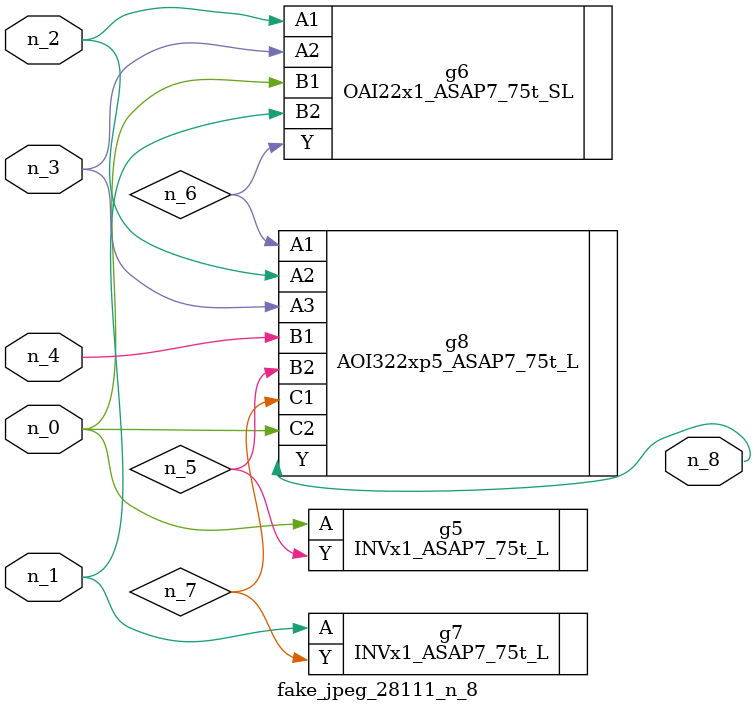
<source format=v>
module fake_jpeg_28111_n_8 (n_3, n_2, n_1, n_0, n_4, n_8);

input n_3;
input n_2;
input n_1;
input n_0;
input n_4;

output n_8;

wire n_6;
wire n_5;
wire n_7;

INVx1_ASAP7_75t_L g5 ( 
.A(n_0),
.Y(n_5)
);

OAI22x1_ASAP7_75t_SL g6 ( 
.A1(n_2),
.A2(n_3),
.B1(n_0),
.B2(n_1),
.Y(n_6)
);

INVx1_ASAP7_75t_L g7 ( 
.A(n_1),
.Y(n_7)
);

AOI322xp5_ASAP7_75t_L g8 ( 
.A1(n_6),
.A2(n_2),
.A3(n_3),
.B1(n_4),
.B2(n_5),
.C1(n_7),
.C2(n_0),
.Y(n_8)
);


endmodule
</source>
